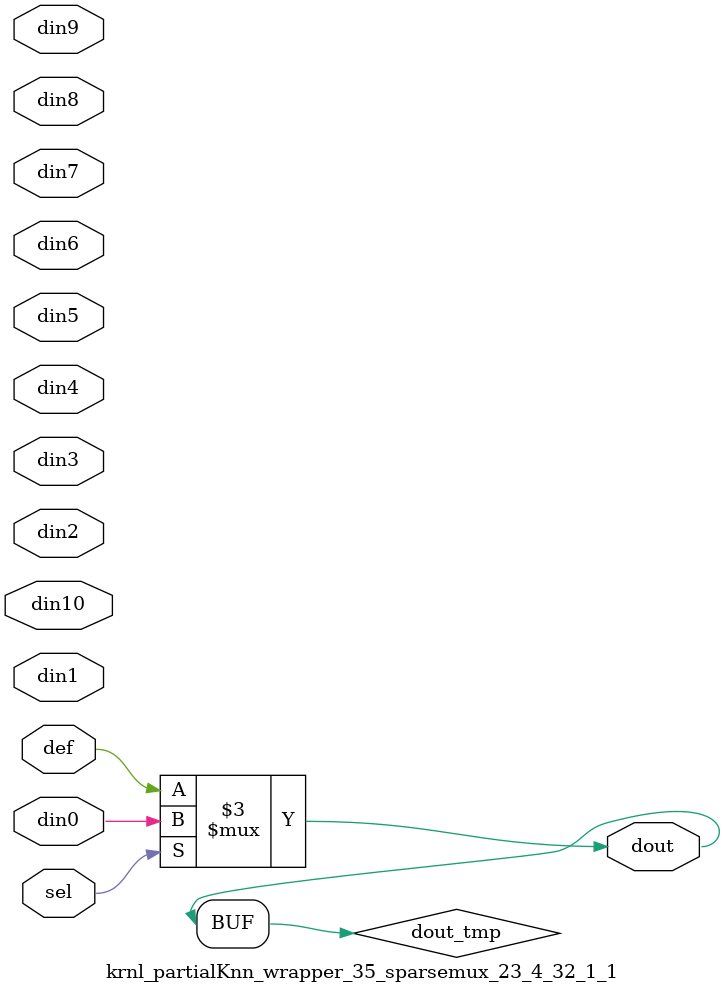
<source format=v>
`timescale 1 ns / 1 ps
module krnl_partialKnn_wrapper_35_sparsemux_23_4_32_1_1 (din0,din1,din2,din3,din4,din5,din6,din7,din8,din9,din10,def,sel,dout);
parameter din0_WIDTH = 1;
parameter din1_WIDTH = 1;
parameter din2_WIDTH = 1;
parameter din3_WIDTH = 1;
parameter din4_WIDTH = 1;
parameter din5_WIDTH = 1;
parameter din6_WIDTH = 1;
parameter din7_WIDTH = 1;
parameter din8_WIDTH = 1;
parameter din9_WIDTH = 1;
parameter din10_WIDTH = 1;
parameter def_WIDTH = 1;
parameter sel_WIDTH = 1;
parameter dout_WIDTH = 1;
parameter [sel_WIDTH-1:0] CASE0 = 1;
parameter [sel_WIDTH-1:0] CASE1 = 1;
parameter [sel_WIDTH-1:0] CASE2 = 1;
parameter [sel_WIDTH-1:0] CASE3 = 1;
parameter [sel_WIDTH-1:0] CASE4 = 1;
parameter [sel_WIDTH-1:0] CASE5 = 1;
parameter [sel_WIDTH-1:0] CASE6 = 1;
parameter [sel_WIDTH-1:0] CASE7 = 1;
parameter [sel_WIDTH-1:0] CASE8 = 1;
parameter [sel_WIDTH-1:0] CASE9 = 1;
parameter [sel_WIDTH-1:0] CASE10 = 1;
parameter ID = 1;
parameter NUM_STAGE = 1;
input [din0_WIDTH-1:0] din0;
input [din1_WIDTH-1:0] din1;
input [din2_WIDTH-1:0] din2;
input [din3_WIDTH-1:0] din3;
input [din4_WIDTH-1:0] din4;
input [din5_WIDTH-1:0] din5;
input [din6_WIDTH-1:0] din6;
input [din7_WIDTH-1:0] din7;
input [din8_WIDTH-1:0] din8;
input [din9_WIDTH-1:0] din9;
input [din10_WIDTH-1:0] din10;
input [def_WIDTH-1:0] def;
input [sel_WIDTH-1:0] sel;
output [dout_WIDTH-1:0] dout;
reg [dout_WIDTH-1:0] dout_tmp;
always @ (*) begin
case (sel)
    
    CASE0 : dout_tmp = din0;
    
    CASE1 : dout_tmp = din1;
    
    CASE2 : dout_tmp = din2;
    
    CASE3 : dout_tmp = din3;
    
    CASE4 : dout_tmp = din4;
    
    CASE5 : dout_tmp = din5;
    
    CASE6 : dout_tmp = din6;
    
    CASE7 : dout_tmp = din7;
    
    CASE8 : dout_tmp = din8;
    
    CASE9 : dout_tmp = din9;
    
    CASE10 : dout_tmp = din10;
    
    default : dout_tmp = def;
endcase
end
assign dout = dout_tmp;
endmodule
</source>
